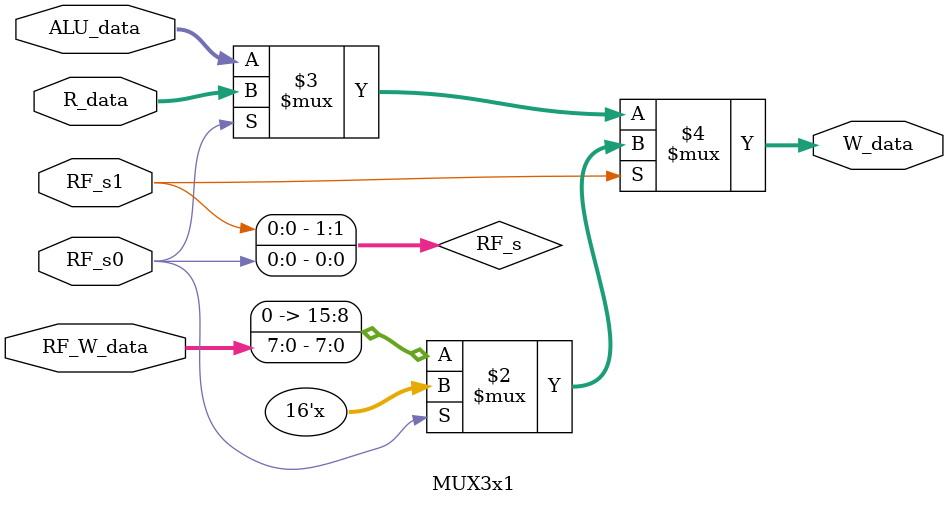
<source format=v>
`timescale 1ns / 1ps

module MUX3x1(
    input RF_s1,
    input RF_s0,
    input [7:0] RF_W_data,
    input [15:0] R_data,
    input [15:0] ALU_data,
    output [15:0] W_data
    );
    
    wire [1:0] RF_s;
    
    
    assign RF_s = {RF_s1, RF_s0};
        
        
    assign W_data = RF_s[1]? (RF_s[0] ? 16'hzzzz : RF_W_data) : (RF_s[0] ? R_data : ALU_data);
    
    always @(*) begin
        $display("*3x1 MUX* SELECTION: RF_s1 %b, RF_s0 %b", RF_s1, RF_s0);
        if (RF_s0 & ~RF_s1) begin
            $display("*3x1 MUX* OP: W_data = R_data, %d = %d", W_data, R_data);
        end else if (~RF_s0 & ~RF_s1) begin
            $display("*3x1 MUX* OP: W_data = ALU_data, %d = %d", W_data, ALU_data);
        end else if (RF_s1) begin
            $display("*3x1 MUX* OP: W_data = RF_W_data, %d = %d", W_data, RF_W_data);
        end else begin
            $display("*3x1 MUX* OP: Logical Error");
        end
    end
        
endmodule

</source>
